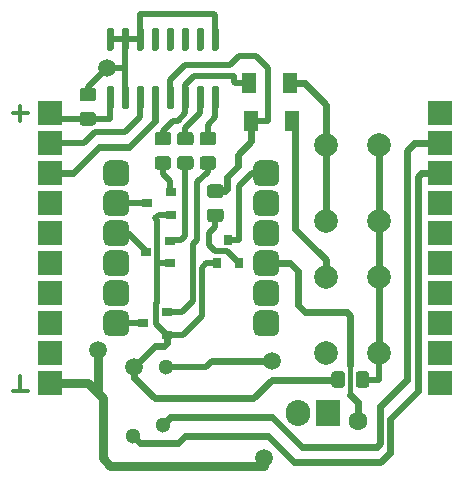
<source format=gbr>
G04 #@! TF.GenerationSoftware,KiCad,Pcbnew,(5.1.8)-1*
G04 #@! TF.CreationDate,2020-12-05T14:14:10+03:00*
G04 #@! TF.ProjectId,LED,4c45442e-6b69-4636-9164-5f7063625858,rev?*
G04 #@! TF.SameCoordinates,Original*
G04 #@! TF.FileFunction,Copper,L2,Bot*
G04 #@! TF.FilePolarity,Positive*
%FSLAX46Y46*%
G04 Gerber Fmt 4.6, Leading zero omitted, Abs format (unit mm)*
G04 Created by KiCad (PCBNEW (5.1.8)-1) date 2020-12-05 14:14:10*
%MOMM*%
%LPD*%
G01*
G04 APERTURE LIST*
G04 #@! TA.AperFunction,ComponentPad*
%ADD10R,2.000000X2.000000*%
G04 #@! TD*
G04 #@! TA.AperFunction,ComponentPad*
%ADD11C,2.000000*%
G04 #@! TD*
G04 #@! TA.AperFunction,SMDPad,CuDef*
%ADD12R,1.300000X1.700000*%
G04 #@! TD*
G04 #@! TA.AperFunction,SMDPad,CuDef*
%ADD13R,0.800000X0.900000*%
G04 #@! TD*
G04 #@! TA.AperFunction,SMDPad,CuDef*
%ADD14R,0.900000X0.800000*%
G04 #@! TD*
G04 #@! TA.AperFunction,ComponentPad*
%ADD15R,2.100000X2.200000*%
G04 #@! TD*
G04 #@! TA.AperFunction,ComponentPad*
%ADD16O,2.100000X2.200000*%
G04 #@! TD*
G04 #@! TA.AperFunction,ViaPad*
%ADD17C,1.500000*%
G04 #@! TD*
G04 #@! TA.AperFunction,ViaPad*
%ADD18C,1.300000*%
G04 #@! TD*
G04 #@! TA.AperFunction,ViaPad*
%ADD19C,1.600000*%
G04 #@! TD*
G04 #@! TA.AperFunction,Conductor*
%ADD20C,0.300000*%
G04 #@! TD*
G04 #@! TA.AperFunction,Conductor*
%ADD21C,0.500000*%
G04 #@! TD*
G04 #@! TA.AperFunction,Conductor*
%ADD22C,0.600000*%
G04 #@! TD*
G04 #@! TA.AperFunction,Conductor*
%ADD23C,0.800000*%
G04 #@! TD*
G04 #@! TA.AperFunction,Conductor*
%ADD24C,0.400000*%
G04 #@! TD*
G04 APERTURE END LIST*
G04 #@! TA.AperFunction,ComponentPad*
G36*
G01*
X98848000Y-78570000D02*
X97748000Y-78570000D01*
G75*
G02*
X97198000Y-78020000I0J550000D01*
G01*
X97198000Y-76920000D01*
G75*
G02*
X97748000Y-76370000I550000J0D01*
G01*
X98848000Y-76370000D01*
G75*
G02*
X99398000Y-76920000I0J-550000D01*
G01*
X99398000Y-78020000D01*
G75*
G02*
X98848000Y-78570000I-550000J0D01*
G01*
G37*
G04 #@! TD.AperFunction*
G04 #@! TA.AperFunction,ComponentPad*
G36*
G01*
X98848000Y-76030000D02*
X97748000Y-76030000D01*
G75*
G02*
X97198000Y-75480000I0J550000D01*
G01*
X97198000Y-74380000D01*
G75*
G02*
X97748000Y-73830000I550000J0D01*
G01*
X98848000Y-73830000D01*
G75*
G02*
X99398000Y-74380000I0J-550000D01*
G01*
X99398000Y-75480000D01*
G75*
G02*
X98848000Y-76030000I-550000J0D01*
G01*
G37*
G04 #@! TD.AperFunction*
G04 #@! TA.AperFunction,ComponentPad*
G36*
G01*
X98848000Y-73490000D02*
X97748000Y-73490000D01*
G75*
G02*
X97198000Y-72940000I0J550000D01*
G01*
X97198000Y-71840000D01*
G75*
G02*
X97748000Y-71290000I550000J0D01*
G01*
X98848000Y-71290000D01*
G75*
G02*
X99398000Y-71840000I0J-550000D01*
G01*
X99398000Y-72940000D01*
G75*
G02*
X98848000Y-73490000I-550000J0D01*
G01*
G37*
G04 #@! TD.AperFunction*
G04 #@! TA.AperFunction,ComponentPad*
G36*
G01*
X98848000Y-70950000D02*
X97748000Y-70950000D01*
G75*
G02*
X97198000Y-70400000I0J550000D01*
G01*
X97198000Y-69300000D01*
G75*
G02*
X97748000Y-68750000I550000J0D01*
G01*
X98848000Y-68750000D01*
G75*
G02*
X99398000Y-69300000I0J-550000D01*
G01*
X99398000Y-70400000D01*
G75*
G02*
X98848000Y-70950000I-550000J0D01*
G01*
G37*
G04 #@! TD.AperFunction*
G04 #@! TA.AperFunction,ComponentPad*
G36*
G01*
X98848000Y-68410000D02*
X97748000Y-68410000D01*
G75*
G02*
X97198000Y-67860000I0J550000D01*
G01*
X97198000Y-66760000D01*
G75*
G02*
X97748000Y-66210000I550000J0D01*
G01*
X98848000Y-66210000D01*
G75*
G02*
X99398000Y-66760000I0J-550000D01*
G01*
X99398000Y-67860000D01*
G75*
G02*
X98848000Y-68410000I-550000J0D01*
G01*
G37*
G04 #@! TD.AperFunction*
G04 #@! TA.AperFunction,ComponentPad*
G36*
G01*
X98848000Y-65870000D02*
X97748000Y-65870000D01*
G75*
G02*
X97198000Y-65320000I0J550000D01*
G01*
X97198000Y-64220000D01*
G75*
G02*
X97748000Y-63670000I550000J0D01*
G01*
X98848000Y-63670000D01*
G75*
G02*
X99398000Y-64220000I0J-550000D01*
G01*
X99398000Y-65320000D01*
G75*
G02*
X98848000Y-65870000I-550000J0D01*
G01*
G37*
G04 #@! TD.AperFunction*
G04 #@! TA.AperFunction,ComponentPad*
G36*
G01*
X111548000Y-65870000D02*
X110448000Y-65870000D01*
G75*
G02*
X109898000Y-65320000I0J550000D01*
G01*
X109898000Y-64220000D01*
G75*
G02*
X110448000Y-63670000I550000J0D01*
G01*
X111548000Y-63670000D01*
G75*
G02*
X112098000Y-64220000I0J-550000D01*
G01*
X112098000Y-65320000D01*
G75*
G02*
X111548000Y-65870000I-550000J0D01*
G01*
G37*
G04 #@! TD.AperFunction*
G04 #@! TA.AperFunction,ComponentPad*
G36*
G01*
X111548000Y-68410000D02*
X110448000Y-68410000D01*
G75*
G02*
X109898000Y-67860000I0J550000D01*
G01*
X109898000Y-66760000D01*
G75*
G02*
X110448000Y-66210000I550000J0D01*
G01*
X111548000Y-66210000D01*
G75*
G02*
X112098000Y-66760000I0J-550000D01*
G01*
X112098000Y-67860000D01*
G75*
G02*
X111548000Y-68410000I-550000J0D01*
G01*
G37*
G04 #@! TD.AperFunction*
G04 #@! TA.AperFunction,ComponentPad*
G36*
G01*
X111548000Y-70950000D02*
X110448000Y-70950000D01*
G75*
G02*
X109898000Y-70400000I0J550000D01*
G01*
X109898000Y-69300000D01*
G75*
G02*
X110448000Y-68750000I550000J0D01*
G01*
X111548000Y-68750000D01*
G75*
G02*
X112098000Y-69300000I0J-550000D01*
G01*
X112098000Y-70400000D01*
G75*
G02*
X111548000Y-70950000I-550000J0D01*
G01*
G37*
G04 #@! TD.AperFunction*
G04 #@! TA.AperFunction,ComponentPad*
G36*
G01*
X111548000Y-73490000D02*
X110448000Y-73490000D01*
G75*
G02*
X109898000Y-72940000I0J550000D01*
G01*
X109898000Y-71840000D01*
G75*
G02*
X110448000Y-71290000I550000J0D01*
G01*
X111548000Y-71290000D01*
G75*
G02*
X112098000Y-71840000I0J-550000D01*
G01*
X112098000Y-72940000D01*
G75*
G02*
X111548000Y-73490000I-550000J0D01*
G01*
G37*
G04 #@! TD.AperFunction*
G04 #@! TA.AperFunction,ComponentPad*
G36*
G01*
X111548000Y-76030000D02*
X110448000Y-76030000D01*
G75*
G02*
X109898000Y-75480000I0J550000D01*
G01*
X109898000Y-74380000D01*
G75*
G02*
X110448000Y-73830000I550000J0D01*
G01*
X111548000Y-73830000D01*
G75*
G02*
X112098000Y-74380000I0J-550000D01*
G01*
X112098000Y-75480000D01*
G75*
G02*
X111548000Y-76030000I-550000J0D01*
G01*
G37*
G04 #@! TD.AperFunction*
G04 #@! TA.AperFunction,ComponentPad*
G36*
G01*
X111548000Y-78570000D02*
X110448000Y-78570000D01*
G75*
G02*
X109898000Y-78020000I0J550000D01*
G01*
X109898000Y-76920000D01*
G75*
G02*
X110448000Y-76370000I550000J0D01*
G01*
X111548000Y-76370000D01*
G75*
G02*
X112098000Y-76920000I0J-550000D01*
G01*
X112098000Y-78020000D01*
G75*
G02*
X111548000Y-78570000I-550000J0D01*
G01*
G37*
G04 #@! TD.AperFunction*
D10*
X125730000Y-82550000D03*
X125730000Y-80010000D03*
X125730000Y-77470000D03*
X125730000Y-74930000D03*
X125730000Y-72390000D03*
X125730000Y-69850000D03*
X125730000Y-67310000D03*
X125730000Y-64770000D03*
X125730000Y-62230000D03*
X125730000Y-59690000D03*
X92710000Y-62230000D03*
X92710000Y-64770000D03*
X92710000Y-67310000D03*
X92710000Y-69850000D03*
X92710000Y-72390000D03*
X92710000Y-74930000D03*
X92710000Y-77470000D03*
X92710000Y-80010000D03*
X92710000Y-59690000D03*
X92710000Y-82550000D03*
D11*
X120578000Y-80010000D03*
X116078000Y-80010000D03*
X120578000Y-73510000D03*
X116078000Y-73510000D03*
X116078000Y-62334000D03*
X120578000Y-62334000D03*
X116078000Y-68834000D03*
X120578000Y-68834000D03*
G04 #@! TA.AperFunction,SMDPad,CuDef*
G36*
G01*
X107130001Y-66860000D02*
X106229999Y-66860000D01*
G75*
G02*
X105980000Y-66610001I0J249999D01*
G01*
X105980000Y-65959999D01*
G75*
G02*
X106229999Y-65710000I249999J0D01*
G01*
X107130001Y-65710000D01*
G75*
G02*
X107380000Y-65959999I0J-249999D01*
G01*
X107380000Y-66610001D01*
G75*
G02*
X107130001Y-66860000I-249999J0D01*
G01*
G37*
G04 #@! TD.AperFunction*
G04 #@! TA.AperFunction,SMDPad,CuDef*
G36*
G01*
X107130001Y-68910000D02*
X106229999Y-68910000D01*
G75*
G02*
X105980000Y-68660001I0J249999D01*
G01*
X105980000Y-68009999D01*
G75*
G02*
X106229999Y-67760000I249999J0D01*
G01*
X107130001Y-67760000D01*
G75*
G02*
X107380000Y-68009999I0J-249999D01*
G01*
X107380000Y-68660001D01*
G75*
G02*
X107130001Y-68910000I-249999J0D01*
G01*
G37*
G04 #@! TD.AperFunction*
G04 #@! TA.AperFunction,SMDPad,CuDef*
G36*
G01*
X102685001Y-64465000D02*
X101784999Y-64465000D01*
G75*
G02*
X101535000Y-64215001I0J249999D01*
G01*
X101535000Y-63564999D01*
G75*
G02*
X101784999Y-63315000I249999J0D01*
G01*
X102685001Y-63315000D01*
G75*
G02*
X102935000Y-63564999I0J-249999D01*
G01*
X102935000Y-64215001D01*
G75*
G02*
X102685001Y-64465000I-249999J0D01*
G01*
G37*
G04 #@! TD.AperFunction*
G04 #@! TA.AperFunction,SMDPad,CuDef*
G36*
G01*
X102685001Y-62415000D02*
X101784999Y-62415000D01*
G75*
G02*
X101535000Y-62165001I0J249999D01*
G01*
X101535000Y-61514999D01*
G75*
G02*
X101784999Y-61265000I249999J0D01*
G01*
X102685001Y-61265000D01*
G75*
G02*
X102935000Y-61514999I0J-249999D01*
G01*
X102935000Y-62165001D01*
G75*
G02*
X102685001Y-62415000I-249999J0D01*
G01*
G37*
G04 #@! TD.AperFunction*
G04 #@! TA.AperFunction,SMDPad,CuDef*
G36*
G01*
X104590001Y-62415000D02*
X103689999Y-62415000D01*
G75*
G02*
X103440000Y-62165001I0J249999D01*
G01*
X103440000Y-61514999D01*
G75*
G02*
X103689999Y-61265000I249999J0D01*
G01*
X104590001Y-61265000D01*
G75*
G02*
X104840000Y-61514999I0J-249999D01*
G01*
X104840000Y-62165001D01*
G75*
G02*
X104590001Y-62415000I-249999J0D01*
G01*
G37*
G04 #@! TD.AperFunction*
G04 #@! TA.AperFunction,SMDPad,CuDef*
G36*
G01*
X104590001Y-64465000D02*
X103689999Y-64465000D01*
G75*
G02*
X103440000Y-64215001I0J249999D01*
G01*
X103440000Y-63564999D01*
G75*
G02*
X103689999Y-63315000I249999J0D01*
G01*
X104590001Y-63315000D01*
G75*
G02*
X104840000Y-63564999I0J-249999D01*
G01*
X104840000Y-64215001D01*
G75*
G02*
X104590001Y-64465000I-249999J0D01*
G01*
G37*
G04 #@! TD.AperFunction*
G04 #@! TA.AperFunction,SMDPad,CuDef*
G36*
G01*
X106495001Y-64465000D02*
X105594999Y-64465000D01*
G75*
G02*
X105345000Y-64215001I0J249999D01*
G01*
X105345000Y-63564999D01*
G75*
G02*
X105594999Y-63315000I249999J0D01*
G01*
X106495001Y-63315000D01*
G75*
G02*
X106745000Y-63564999I0J-249999D01*
G01*
X106745000Y-64215001D01*
G75*
G02*
X106495001Y-64465000I-249999J0D01*
G01*
G37*
G04 #@! TD.AperFunction*
G04 #@! TA.AperFunction,SMDPad,CuDef*
G36*
G01*
X106495001Y-62415000D02*
X105594999Y-62415000D01*
G75*
G02*
X105345000Y-62165001I0J249999D01*
G01*
X105345000Y-61514999D01*
G75*
G02*
X105594999Y-61265000I249999J0D01*
G01*
X106495001Y-61265000D01*
G75*
G02*
X106745000Y-61514999I0J-249999D01*
G01*
X106745000Y-62165001D01*
G75*
G02*
X106495001Y-62415000I-249999J0D01*
G01*
G37*
G04 #@! TD.AperFunction*
G04 #@! TA.AperFunction,SMDPad,CuDef*
G36*
G01*
X118560000Y-82682501D02*
X118560000Y-81782499D01*
G75*
G02*
X118809999Y-81532500I249999J0D01*
G01*
X119460001Y-81532500D01*
G75*
G02*
X119710000Y-81782499I0J-249999D01*
G01*
X119710000Y-82682501D01*
G75*
G02*
X119460001Y-82932500I-249999J0D01*
G01*
X118809999Y-82932500D01*
G75*
G02*
X118560000Y-82682501I0J249999D01*
G01*
G37*
G04 #@! TD.AperFunction*
G04 #@! TA.AperFunction,SMDPad,CuDef*
G36*
G01*
X116510000Y-82682501D02*
X116510000Y-81782499D01*
G75*
G02*
X116759999Y-81532500I249999J0D01*
G01*
X117410001Y-81532500D01*
G75*
G02*
X117660000Y-81782499I0J-249999D01*
G01*
X117660000Y-82682501D01*
G75*
G02*
X117410001Y-82932500I-249999J0D01*
G01*
X116759999Y-82932500D01*
G75*
G02*
X116510000Y-82682501I0J249999D01*
G01*
G37*
G04 #@! TD.AperFunction*
G04 #@! TA.AperFunction,SMDPad,CuDef*
G36*
G01*
X96335001Y-60727500D02*
X95434999Y-60727500D01*
G75*
G02*
X95185000Y-60477501I0J249999D01*
G01*
X95185000Y-59827499D01*
G75*
G02*
X95434999Y-59577500I249999J0D01*
G01*
X96335001Y-59577500D01*
G75*
G02*
X96585000Y-59827499I0J-249999D01*
G01*
X96585000Y-60477501D01*
G75*
G02*
X96335001Y-60727500I-249999J0D01*
G01*
G37*
G04 #@! TD.AperFunction*
G04 #@! TA.AperFunction,SMDPad,CuDef*
G36*
G01*
X96335001Y-58677500D02*
X95434999Y-58677500D01*
G75*
G02*
X95185000Y-58427501I0J249999D01*
G01*
X95185000Y-57777499D01*
G75*
G02*
X95434999Y-57527500I249999J0D01*
G01*
X96335001Y-57527500D01*
G75*
G02*
X96585000Y-57777499I0J-249999D01*
G01*
X96585000Y-58427501D01*
G75*
G02*
X96335001Y-58677500I-249999J0D01*
G01*
G37*
G04 #@! TD.AperFunction*
D12*
X109692500Y-60325000D03*
X113192500Y-60325000D03*
X113030000Y-57150000D03*
X109530000Y-57150000D03*
D13*
X107762000Y-70390000D03*
X106812000Y-72390000D03*
X108712000Y-72390000D03*
D14*
X102917500Y-66360000D03*
X102917500Y-68260000D03*
X100917500Y-67310000D03*
X100854000Y-71437500D03*
X102854000Y-72387500D03*
X102854000Y-70487500D03*
X102600000Y-76520000D03*
X102600000Y-78420000D03*
X100600000Y-77470000D03*
D15*
X116205000Y-85090000D03*
D16*
X113665000Y-85090000D03*
G04 #@! TA.AperFunction,SMDPad,CuDef*
G36*
G01*
X97640000Y-52430000D02*
X97940000Y-52430000D01*
G75*
G02*
X98090000Y-52580000I0J-150000D01*
G01*
X98090000Y-54230000D01*
G75*
G02*
X97940000Y-54380000I-150000J0D01*
G01*
X97640000Y-54380000D01*
G75*
G02*
X97490000Y-54230000I0J150000D01*
G01*
X97490000Y-52580000D01*
G75*
G02*
X97640000Y-52430000I150000J0D01*
G01*
G37*
G04 #@! TD.AperFunction*
G04 #@! TA.AperFunction,SMDPad,CuDef*
G36*
G01*
X98910000Y-52430000D02*
X99210000Y-52430000D01*
G75*
G02*
X99360000Y-52580000I0J-150000D01*
G01*
X99360000Y-54230000D01*
G75*
G02*
X99210000Y-54380000I-150000J0D01*
G01*
X98910000Y-54380000D01*
G75*
G02*
X98760000Y-54230000I0J150000D01*
G01*
X98760000Y-52580000D01*
G75*
G02*
X98910000Y-52430000I150000J0D01*
G01*
G37*
G04 #@! TD.AperFunction*
G04 #@! TA.AperFunction,SMDPad,CuDef*
G36*
G01*
X100180000Y-52430000D02*
X100480000Y-52430000D01*
G75*
G02*
X100630000Y-52580000I0J-150000D01*
G01*
X100630000Y-54230000D01*
G75*
G02*
X100480000Y-54380000I-150000J0D01*
G01*
X100180000Y-54380000D01*
G75*
G02*
X100030000Y-54230000I0J150000D01*
G01*
X100030000Y-52580000D01*
G75*
G02*
X100180000Y-52430000I150000J0D01*
G01*
G37*
G04 #@! TD.AperFunction*
G04 #@! TA.AperFunction,SMDPad,CuDef*
G36*
G01*
X101450000Y-52430000D02*
X101750000Y-52430000D01*
G75*
G02*
X101900000Y-52580000I0J-150000D01*
G01*
X101900000Y-54230000D01*
G75*
G02*
X101750000Y-54380000I-150000J0D01*
G01*
X101450000Y-54380000D01*
G75*
G02*
X101300000Y-54230000I0J150000D01*
G01*
X101300000Y-52580000D01*
G75*
G02*
X101450000Y-52430000I150000J0D01*
G01*
G37*
G04 #@! TD.AperFunction*
G04 #@! TA.AperFunction,SMDPad,CuDef*
G36*
G01*
X102720000Y-52430000D02*
X103020000Y-52430000D01*
G75*
G02*
X103170000Y-52580000I0J-150000D01*
G01*
X103170000Y-54230000D01*
G75*
G02*
X103020000Y-54380000I-150000J0D01*
G01*
X102720000Y-54380000D01*
G75*
G02*
X102570000Y-54230000I0J150000D01*
G01*
X102570000Y-52580000D01*
G75*
G02*
X102720000Y-52430000I150000J0D01*
G01*
G37*
G04 #@! TD.AperFunction*
G04 #@! TA.AperFunction,SMDPad,CuDef*
G36*
G01*
X103990000Y-52430000D02*
X104290000Y-52430000D01*
G75*
G02*
X104440000Y-52580000I0J-150000D01*
G01*
X104440000Y-54230000D01*
G75*
G02*
X104290000Y-54380000I-150000J0D01*
G01*
X103990000Y-54380000D01*
G75*
G02*
X103840000Y-54230000I0J150000D01*
G01*
X103840000Y-52580000D01*
G75*
G02*
X103990000Y-52430000I150000J0D01*
G01*
G37*
G04 #@! TD.AperFunction*
G04 #@! TA.AperFunction,SMDPad,CuDef*
G36*
G01*
X105260000Y-52430000D02*
X105560000Y-52430000D01*
G75*
G02*
X105710000Y-52580000I0J-150000D01*
G01*
X105710000Y-54230000D01*
G75*
G02*
X105560000Y-54380000I-150000J0D01*
G01*
X105260000Y-54380000D01*
G75*
G02*
X105110000Y-54230000I0J150000D01*
G01*
X105110000Y-52580000D01*
G75*
G02*
X105260000Y-52430000I150000J0D01*
G01*
G37*
G04 #@! TD.AperFunction*
G04 #@! TA.AperFunction,SMDPad,CuDef*
G36*
G01*
X106530000Y-52430000D02*
X106830000Y-52430000D01*
G75*
G02*
X106980000Y-52580000I0J-150000D01*
G01*
X106980000Y-54230000D01*
G75*
G02*
X106830000Y-54380000I-150000J0D01*
G01*
X106530000Y-54380000D01*
G75*
G02*
X106380000Y-54230000I0J150000D01*
G01*
X106380000Y-52580000D01*
G75*
G02*
X106530000Y-52430000I150000J0D01*
G01*
G37*
G04 #@! TD.AperFunction*
G04 #@! TA.AperFunction,SMDPad,CuDef*
G36*
G01*
X106530000Y-57380000D02*
X106830000Y-57380000D01*
G75*
G02*
X106980000Y-57530000I0J-150000D01*
G01*
X106980000Y-59180000D01*
G75*
G02*
X106830000Y-59330000I-150000J0D01*
G01*
X106530000Y-59330000D01*
G75*
G02*
X106380000Y-59180000I0J150000D01*
G01*
X106380000Y-57530000D01*
G75*
G02*
X106530000Y-57380000I150000J0D01*
G01*
G37*
G04 #@! TD.AperFunction*
G04 #@! TA.AperFunction,SMDPad,CuDef*
G36*
G01*
X105260000Y-57380000D02*
X105560000Y-57380000D01*
G75*
G02*
X105710000Y-57530000I0J-150000D01*
G01*
X105710000Y-59180000D01*
G75*
G02*
X105560000Y-59330000I-150000J0D01*
G01*
X105260000Y-59330000D01*
G75*
G02*
X105110000Y-59180000I0J150000D01*
G01*
X105110000Y-57530000D01*
G75*
G02*
X105260000Y-57380000I150000J0D01*
G01*
G37*
G04 #@! TD.AperFunction*
G04 #@! TA.AperFunction,SMDPad,CuDef*
G36*
G01*
X103990000Y-57380000D02*
X104290000Y-57380000D01*
G75*
G02*
X104440000Y-57530000I0J-150000D01*
G01*
X104440000Y-59180000D01*
G75*
G02*
X104290000Y-59330000I-150000J0D01*
G01*
X103990000Y-59330000D01*
G75*
G02*
X103840000Y-59180000I0J150000D01*
G01*
X103840000Y-57530000D01*
G75*
G02*
X103990000Y-57380000I150000J0D01*
G01*
G37*
G04 #@! TD.AperFunction*
G04 #@! TA.AperFunction,SMDPad,CuDef*
G36*
G01*
X102720000Y-57380000D02*
X103020000Y-57380000D01*
G75*
G02*
X103170000Y-57530000I0J-150000D01*
G01*
X103170000Y-59180000D01*
G75*
G02*
X103020000Y-59330000I-150000J0D01*
G01*
X102720000Y-59330000D01*
G75*
G02*
X102570000Y-59180000I0J150000D01*
G01*
X102570000Y-57530000D01*
G75*
G02*
X102720000Y-57380000I150000J0D01*
G01*
G37*
G04 #@! TD.AperFunction*
G04 #@! TA.AperFunction,SMDPad,CuDef*
G36*
G01*
X101450000Y-57380000D02*
X101750000Y-57380000D01*
G75*
G02*
X101900000Y-57530000I0J-150000D01*
G01*
X101900000Y-59180000D01*
G75*
G02*
X101750000Y-59330000I-150000J0D01*
G01*
X101450000Y-59330000D01*
G75*
G02*
X101300000Y-59180000I0J150000D01*
G01*
X101300000Y-57530000D01*
G75*
G02*
X101450000Y-57380000I150000J0D01*
G01*
G37*
G04 #@! TD.AperFunction*
G04 #@! TA.AperFunction,SMDPad,CuDef*
G36*
G01*
X100180000Y-57380000D02*
X100480000Y-57380000D01*
G75*
G02*
X100630000Y-57530000I0J-150000D01*
G01*
X100630000Y-59180000D01*
G75*
G02*
X100480000Y-59330000I-150000J0D01*
G01*
X100180000Y-59330000D01*
G75*
G02*
X100030000Y-59180000I0J150000D01*
G01*
X100030000Y-57530000D01*
G75*
G02*
X100180000Y-57380000I150000J0D01*
G01*
G37*
G04 #@! TD.AperFunction*
G04 #@! TA.AperFunction,SMDPad,CuDef*
G36*
G01*
X98910000Y-57380000D02*
X99210000Y-57380000D01*
G75*
G02*
X99360000Y-57530000I0J-150000D01*
G01*
X99360000Y-59180000D01*
G75*
G02*
X99210000Y-59330000I-150000J0D01*
G01*
X98910000Y-59330000D01*
G75*
G02*
X98760000Y-59180000I0J150000D01*
G01*
X98760000Y-57530000D01*
G75*
G02*
X98910000Y-57380000I150000J0D01*
G01*
G37*
G04 #@! TD.AperFunction*
G04 #@! TA.AperFunction,SMDPad,CuDef*
G36*
G01*
X97640000Y-57380000D02*
X97940000Y-57380000D01*
G75*
G02*
X98090000Y-57530000I0J-150000D01*
G01*
X98090000Y-59180000D01*
G75*
G02*
X97940000Y-59330000I-150000J0D01*
G01*
X97640000Y-59330000D01*
G75*
G02*
X97490000Y-59180000I0J150000D01*
G01*
X97490000Y-57530000D01*
G75*
G02*
X97640000Y-57380000I150000J0D01*
G01*
G37*
G04 #@! TD.AperFunction*
D17*
X111442500Y-80645000D03*
D18*
X102489000Y-81153000D03*
D17*
X99822000Y-81153000D03*
X110807500Y-88900000D03*
X97472500Y-55880000D03*
X96774000Y-79756000D03*
D18*
X99695000Y-86995000D03*
X102235000Y-86042500D03*
D19*
X118745000Y-85725000D03*
D20*
X90170000Y-81915000D02*
X90170000Y-83185000D01*
X89535000Y-83185000D02*
X90805000Y-83185000D01*
X89535000Y-59690000D02*
X90805000Y-59690000D01*
X90170000Y-59055000D02*
X90170000Y-60325000D01*
D21*
X111125000Y-60325000D02*
X109692500Y-60325000D01*
X111125000Y-55880000D02*
X111125000Y-60325000D01*
X102870000Y-56832500D02*
X104140000Y-55562500D01*
X102870000Y-58355000D02*
X102870000Y-56832500D01*
X107950000Y-55562500D02*
X108648500Y-54864000D01*
X104140000Y-55562500D02*
X107950000Y-55562500D01*
X108648500Y-54864000D02*
X110109000Y-54864000D01*
X110109000Y-54864000D02*
X111125000Y-55880000D01*
D22*
X108585000Y-64135000D02*
X108585000Y-63182500D01*
X109692500Y-62075000D02*
X109692500Y-60325000D01*
X108585000Y-63182500D02*
X109692500Y-62075000D01*
X107480000Y-66285000D02*
X107632500Y-66132500D01*
X106680000Y-66285000D02*
X107480000Y-66285000D01*
X107632500Y-66132500D02*
X107632500Y-65087500D01*
X107632500Y-65087500D02*
X108585000Y-64135000D01*
D21*
X113410000Y-60960000D02*
X113347500Y-60897500D01*
D22*
X116078000Y-72095787D02*
X115419713Y-71437500D01*
X116078000Y-73510000D02*
X116078000Y-72095787D01*
X115377500Y-71437500D02*
X113410000Y-69470000D01*
X115419713Y-71437500D02*
X115377500Y-71437500D01*
X113410000Y-60960000D02*
X113410000Y-69470000D01*
X116584000Y-61828000D02*
X116078000Y-62334000D01*
X116078000Y-63748213D02*
X116078000Y-68834000D01*
X116078000Y-62334000D02*
X116078000Y-63748213D01*
X116078000Y-60919787D02*
X116078000Y-62334000D01*
X116078000Y-58948000D02*
X116078000Y-60919787D01*
X114280000Y-57150000D02*
X116078000Y-58948000D01*
X113030000Y-57150000D02*
X114280000Y-57150000D01*
D21*
X102235000Y-61165000D02*
X103075000Y-60325000D01*
X102235000Y-61840000D02*
X102235000Y-61165000D01*
X103075000Y-60325000D02*
X103505000Y-60325000D01*
X104140000Y-59690000D02*
X104140000Y-58355000D01*
X103505000Y-60325000D02*
X104140000Y-59690000D01*
X104140000Y-57280000D02*
X104140000Y-58355000D01*
X104905000Y-56515000D02*
X104140000Y-57280000D01*
X108267500Y-56515000D02*
X104905000Y-56515000D01*
X108267500Y-57037500D02*
X108267500Y-56515000D01*
X108380000Y-57150000D02*
X108267500Y-57037500D01*
X109530000Y-57150000D02*
X108380000Y-57150000D01*
X106680000Y-68335000D02*
X106680000Y-69342000D01*
X106680000Y-69342000D02*
X106172000Y-69850000D01*
X106172000Y-69850000D02*
X106172000Y-70866000D01*
X106172000Y-70866000D02*
X106680000Y-71374000D01*
X106680000Y-71374000D02*
X107696000Y-71374000D01*
X107696000Y-71374000D02*
X108712000Y-72390000D01*
X102854000Y-66360000D02*
X102854000Y-65421000D01*
X102235000Y-64802000D02*
X102854000Y-65421000D01*
X102235000Y-63890000D02*
X102235000Y-64802000D01*
X103804000Y-70424000D02*
X104140000Y-70088000D01*
X102854000Y-70424000D02*
X103804000Y-70424000D01*
X104140000Y-63890000D02*
X104140000Y-70088000D01*
X103820000Y-76520000D02*
X102600000Y-76520000D01*
X104775000Y-75565000D02*
X103820000Y-76520000D01*
X105136047Y-70377953D02*
X104775000Y-70739000D01*
X104775000Y-70739000D02*
X104775000Y-75565000D01*
X106045000Y-63890000D02*
X106045000Y-64643000D01*
X106045000Y-64643000D02*
X105156000Y-65532000D01*
X105156000Y-65532000D02*
X105156000Y-70377953D01*
X105156000Y-70377953D02*
X105136047Y-70377953D01*
X102489000Y-81153000D02*
X105918000Y-81153000D01*
D22*
X106426000Y-80645000D02*
X106394250Y-80676750D01*
X111442500Y-80645000D02*
X106426000Y-80645000D01*
D21*
X106394250Y-80676750D02*
X105918000Y-81153000D01*
X106680000Y-58355000D02*
X106680000Y-60007500D01*
X106680000Y-60007500D02*
X106045000Y-60642500D01*
X106045000Y-60642500D02*
X106045000Y-61840000D01*
X101904000Y-68260000D02*
X101600000Y-68564000D01*
X102854000Y-68260000D02*
X101904000Y-68260000D01*
X102550000Y-78420000D02*
X102600000Y-78420000D01*
X101650000Y-77520000D02*
X102550000Y-78420000D01*
X101650000Y-75809998D02*
X101650000Y-77520000D01*
X101754001Y-75705997D02*
X101650000Y-75809998D01*
X101600000Y-68564000D02*
X101754001Y-68718001D01*
X101851500Y-72324000D02*
X101754001Y-72226501D01*
X102854000Y-72324000D02*
X101851500Y-72324000D01*
X101754001Y-68718001D02*
X101754001Y-72226501D01*
X101754001Y-72226501D02*
X101754001Y-75705997D01*
X103952000Y-78420000D02*
X102600000Y-78420000D01*
X105540020Y-76831980D02*
X103952000Y-78420000D01*
D22*
X102600000Y-79120000D02*
X102600000Y-78420000D01*
X102345000Y-79375000D02*
X102600000Y-79120000D01*
X101600000Y-79375000D02*
X102345000Y-79375000D01*
X99822000Y-81153000D02*
X101600000Y-79375000D01*
D21*
X105540020Y-72761980D02*
X105540020Y-72767980D01*
X105912000Y-72390000D02*
X105540020Y-72761980D01*
X106812000Y-72390000D02*
X105912000Y-72390000D01*
X105540020Y-72767980D02*
X105540020Y-76831980D01*
X93172500Y-60152500D02*
X92710000Y-59690000D01*
X95885000Y-60152500D02*
X93172500Y-60152500D01*
X97790000Y-58355000D02*
X97790000Y-60152500D01*
X97744500Y-60152500D02*
X95885000Y-60152500D01*
D22*
X99822000Y-82072238D02*
X99822000Y-81153000D01*
X101569762Y-83820000D02*
X99822000Y-82072238D01*
X109855000Y-83820000D02*
X101569762Y-83820000D01*
X117085000Y-82232500D02*
X111442500Y-82232500D01*
X111442500Y-82232500D02*
X109855000Y-83820000D01*
D23*
X94932500Y-82550000D02*
X92710000Y-82550000D01*
X97155000Y-83820000D02*
X97155000Y-88900000D01*
X97155000Y-88900000D02*
X97790000Y-89535000D01*
X97790000Y-89535000D02*
X110807500Y-89535000D01*
X94932500Y-82550000D02*
X95885000Y-82550000D01*
D21*
X97790000Y-53405000D02*
X99060000Y-53405000D01*
X99060000Y-53405000D02*
X100330000Y-53405000D01*
D23*
X110807500Y-88900000D02*
X110807500Y-89535000D01*
D21*
X100330000Y-53405000D02*
X100330000Y-51325010D01*
X100330000Y-51325010D02*
X106570010Y-51325010D01*
X106680000Y-51435000D02*
X106680000Y-53405000D01*
X106570010Y-51325010D02*
X106680000Y-51435000D01*
X97472500Y-55880000D02*
X99060000Y-55880000D01*
X99060000Y-53405000D02*
X99060000Y-55880000D01*
X99060000Y-55880000D02*
X99060000Y-58355000D01*
X95885000Y-57467500D02*
X97472500Y-55880000D01*
X95885000Y-58102500D02*
X95885000Y-57467500D01*
D22*
X96266000Y-82804000D02*
X96202500Y-82867500D01*
D23*
X96774000Y-79756000D02*
X96774000Y-83058000D01*
X95885000Y-82550000D02*
X96202500Y-82867500D01*
X96202500Y-82867500D02*
X97155000Y-83820000D01*
D21*
X104140000Y-60960000D02*
X104140000Y-61840000D01*
X105410000Y-58355000D02*
X105410000Y-59690000D01*
X105410000Y-59690000D02*
X104140000Y-60960000D01*
X99060000Y-61277500D02*
X99060000Y-61277500D01*
X100330000Y-60007500D02*
X100330000Y-58355000D01*
X99060000Y-61277500D02*
X100330000Y-60007500D01*
X96520000Y-61277500D02*
X99060000Y-61277500D01*
X92710000Y-62230000D02*
X95567500Y-62230000D01*
X95567500Y-62230000D02*
X96520000Y-61277500D01*
D22*
X94210000Y-64770000D02*
X92710000Y-64770000D01*
X94615000Y-64770000D02*
X96837500Y-62547500D01*
X94210000Y-64770000D02*
X94615000Y-64770000D01*
X101600000Y-58355000D02*
X101600000Y-60325000D01*
X101600000Y-60325000D02*
X100330000Y-61595000D01*
X100330000Y-61595000D02*
X99377500Y-62547500D01*
X96837500Y-62547500D02*
X99377500Y-62547500D01*
X100344999Y-87644999D02*
X99695000Y-86995000D01*
X124130000Y-64770000D02*
X125730000Y-64770000D01*
X123825000Y-65075000D02*
X124130000Y-64770000D01*
X123825000Y-83185000D02*
X123825000Y-65075000D01*
X121443750Y-85566250D02*
X123825000Y-83185000D01*
X121443750Y-88423750D02*
X121443750Y-85566250D01*
X104140000Y-86995000D02*
X111125000Y-86995000D01*
X103505000Y-87630000D02*
X104140000Y-86995000D01*
X111125000Y-86995000D02*
X113347500Y-89217500D01*
X113347500Y-89217500D02*
X120650000Y-89217500D01*
X100344999Y-87630000D02*
X103505000Y-87630000D01*
X120650000Y-89217500D02*
X121443750Y-88423750D01*
D21*
X102884999Y-85392501D02*
X102870000Y-85407500D01*
D22*
X102235000Y-86042500D02*
X102884999Y-85392501D01*
X122872500Y-62865000D02*
X123507500Y-62230000D01*
X122872500Y-82232500D02*
X122872500Y-62865000D01*
X102870000Y-85407500D02*
X111442500Y-85407500D01*
X111442500Y-85407500D02*
X113982500Y-87947500D01*
X113982500Y-87947500D02*
X120332500Y-87947500D01*
X120332500Y-87947500D02*
X120643740Y-87636260D01*
X123507500Y-62230000D02*
X125730000Y-62230000D01*
X120643740Y-87636260D02*
X120643740Y-84461260D01*
X120643740Y-84461260D02*
X122872500Y-82232500D01*
D21*
X98298000Y-77470000D02*
X100600000Y-77470000D01*
X99330000Y-69850000D02*
X100854000Y-71374000D01*
X98298000Y-69850000D02*
X99330000Y-69850000D01*
X98298000Y-67310000D02*
X100854000Y-67310000D01*
X109798000Y-64770000D02*
X110998000Y-64770000D01*
X108712000Y-65856000D02*
X109798000Y-64770000D01*
X108712000Y-70340000D02*
X108712000Y-65856000D01*
X107762000Y-70390000D02*
X108662000Y-70390000D01*
X108662000Y-70390000D02*
X108712000Y-70340000D01*
D22*
X110998000Y-72390000D02*
X112198000Y-72390000D01*
X112198000Y-72390000D02*
X113030000Y-72390000D01*
X113030000Y-72390000D02*
X113665000Y-73025000D01*
X113665000Y-73025000D02*
X113665000Y-75882500D01*
X113665000Y-75882500D02*
X114300000Y-76517500D01*
X114300000Y-76517500D02*
X117792500Y-76517500D01*
X117792500Y-76517500D02*
X118110000Y-76835000D01*
X118110000Y-76835000D02*
X118110000Y-79692500D01*
X118110000Y-79692500D02*
X118110000Y-80962500D01*
D24*
X118110000Y-80962500D02*
X118110000Y-83502500D01*
D22*
X118745000Y-84137500D02*
X118110000Y-83502500D01*
X118745000Y-85725000D02*
X118745000Y-84137500D01*
X125580000Y-82400000D02*
X125730000Y-82550000D01*
X120578000Y-68834000D02*
X120578000Y-73510000D01*
X120578000Y-63748213D02*
X120578000Y-68834000D01*
X120578000Y-62334000D02*
X120578000Y-63748213D01*
X120578000Y-74924213D02*
X120578000Y-80010000D01*
X120578000Y-73510000D02*
X120578000Y-74924213D01*
D21*
X120578000Y-80010000D02*
X120578000Y-82232500D01*
X120578000Y-82232500D02*
X119279500Y-82232500D01*
M02*

</source>
